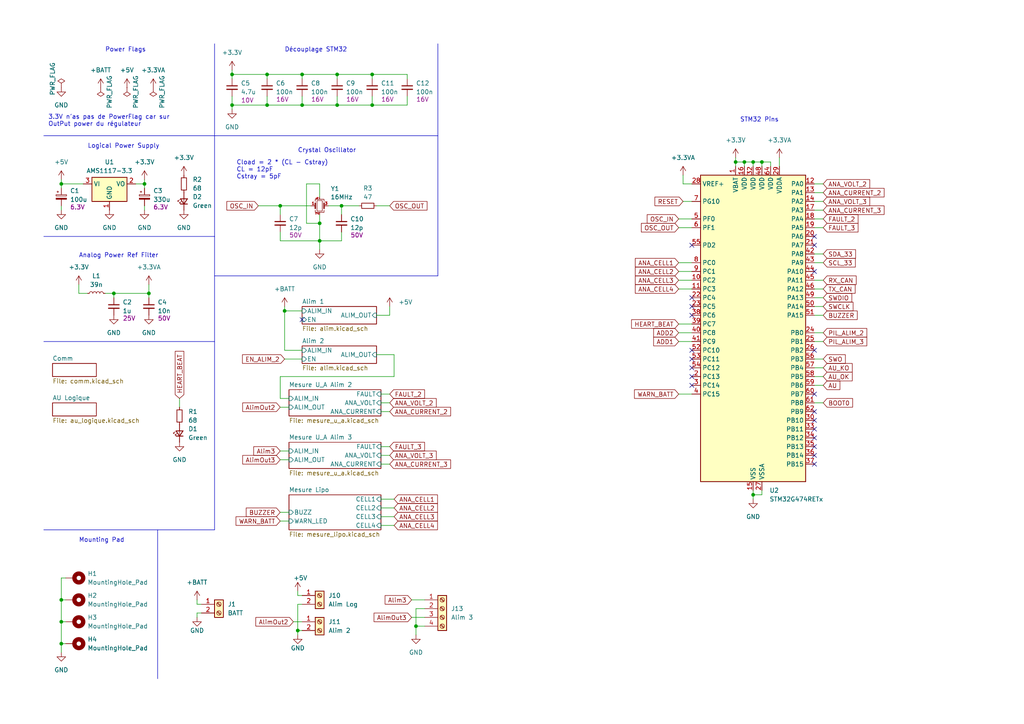
<source format=kicad_sch>
(kicad_sch (version 20230121) (generator eeschema)
  (paper "A4")
  (lib_symbols
    (symbol "Connector:Screw_Terminal_01x02" (pin_names (offset 1.016) hide)
      (property "Reference" "J" (at 0 2.54 0))
      (property "Value" "Screw_Terminal_01x02" (at 0 -5.08 0))
      (symbol "Screw_Terminal_01x02_1_1"
        (rectangle (start -1.27 1.27) (end 1.27 -3.81) (stroke (width 0.254)) (fill (type background)))
        (circle (center 0 -2.54) (radius 0.635) (stroke (width 0.1524)))
        (polyline (pts (xy -0.5334 -2.2098) (xy 0.3302 -3.048)) (stroke (width 0.1524)))
        (polyline (pts (xy -0.5334 0.3302) (xy 0.3302 -0.508)) (stroke (width 0.1524)))
        (polyline (pts (xy -0.3556 -2.032) (xy 0.508 -2.8702)) (stroke (width 0.1524)))
        (polyline (pts (xy -0.3556 0.508) (xy 0.508 -0.3302)) (stroke (width 0.1524)))
        (circle (center 0 0) (radius 0.635) (stroke (width 0.1524)))
        (pin passive line (at -5.08 0 0) (length 3.81) (name "Pin_1") (number "1"))
        (pin passive line (at -5.08 -2.54 0) (length 3.81) (name "Pin_2") (number "2"))
      )
    )
    (symbol "Connector:Screw_Terminal_01x04" (pin_names (offset 1.016) hide)
      (property "Reference" "J" (at 0 5.08 0))
      (property "Value" "Screw_Terminal_01x04" (at 0 -7.62 0))
      (symbol "Screw_Terminal_01x04_1_1"
        (rectangle (start -1.27 3.81) (end 1.27 -6.35) (stroke (width 0.254)) (fill (type background)))
        (circle (center 0 -5.08) (radius 0.635) (stroke (width 0.1524)))
        (circle (center 0 -2.54) (radius 0.635) (stroke (width 0.1524)))
        (polyline (pts (xy -0.5334 -4.7498) (xy 0.3302 -5.588)) (stroke (width 0.1524)))
        (polyline (pts (xy -0.5334 -2.2098) (xy 0.3302 -3.048)) (stroke (width 0.1524)))
        (polyline (pts (xy -0.5334 0.3302) (xy 0.3302 -0.508)) (stroke (width 0.1524)))
        (polyline (pts (xy -0.5334 2.8702) (xy 0.3302 2.032)) (stroke (width 0.1524)))
        (polyline (pts (xy -0.3556 -4.572) (xy 0.508 -5.4102)) (stroke (width 0.1524)))
        (polyline (pts (xy -0.3556 -2.032) (xy 0.508 -2.8702)) (stroke (width 0.1524)))
        (polyline (pts (xy -0.3556 0.508) (xy 0.508 -0.3302)) (stroke (width 0.1524)))
        (polyline (pts (xy -0.3556 3.048) (xy 0.508 2.2098)) (stroke (width 0.1524)))
        (circle (center 0 0) (radius 0.635) (stroke (width 0.1524)))
        (circle (center 0 2.54) (radius 0.635) (stroke (width 0.1524)))
        (pin passive line (at -5.08 2.54 0) (length 3.81) (name "Pin_1") (number "1"))
        (pin passive line (at -5.08 0 0) (length 3.81) (name "Pin_2") (number "2"))
        (pin passive line (at -5.08 -2.54 0) (length 3.81) (name "Pin_3") (number "3"))
        (pin passive line (at -5.08 -5.08 0) (length 3.81) (name "Pin_4") (number "4"))
      )
    )
    (symbol "Device:C_Polarized_Small" (pin_numbers hide) (pin_names (offset 0.254) hide)
      (property "Reference" "C" (at 0.254 1.778 0))
      (property "Value" "C_Polarized_Small" (at 0.254 -2.032 0))
      (symbol "C_Polarized_Small_0_1"
        (rectangle (start -1.524 -0.3048) (end 1.524 -0.6858) (fill (type outline)))
        (rectangle (start -1.524 0.6858) (end 1.524 0.3048))
        (polyline (pts (xy -1.27 1.524) (xy -0.762 1.524)))
        (polyline (pts (xy -1.016 1.27) (xy -1.016 1.778)))
      )
      (symbol "C_Polarized_Small_1_1"
        (pin passive line (at 0 2.54 270) (length 1.8542) (name "~") (number "1"))
        (pin passive line (at 0 -2.54 90) (length 1.8542) (name "~") (number "2"))
      )
    )
    (symbol "Device:C_Small" (pin_numbers hide) (pin_names (offset 0.254) hide)
      (property "Reference" "C" (at 0.254 1.778 0))
      (property "Value" "C_Small" (at 0.254 -2.032 0))
      (symbol "C_Small_0_1"
        (polyline (pts (xy -1.524 -0.508) (xy 1.524 -0.508)) (stroke (width 0.3302)))
        (polyline (pts (xy -1.524 0.508) (xy 1.524 0.508)) (stroke (width 0.3048)))
      )
      (symbol "C_Small_1_1"
        (pin passive line (at 0 2.54 270) (length 2.032) (name "~") (number "1"))
        (pin passive line (at 0 -2.54 90) (length 2.032) (name "~") (number "2"))
      )
    )
    (symbol "Device:Crystal_GND24_Small" (pin_names (offset 1.016) hide)
      (property "Reference" "Y" (at 1.27 4.445 0))
      (property "Value" "Crystal_GND24_Small" (at 1.27 2.54 0))
      (symbol "Crystal_GND24_Small_0_1"
        (rectangle (start -0.762 -1.524) (end 0.762 1.524))
        (polyline (pts (xy -1.27 -0.762) (xy -1.27 0.762)) (stroke (width 0.381)))
        (polyline (pts (xy 1.27 -0.762) (xy 1.27 0.762)) (stroke (width 0.381)))
        (polyline (pts (xy -1.27 -1.27) (xy -1.27 -1.905) (xy 1.27 -1.905) (xy 1.27 -1.27)))
        (polyline (pts (xy -1.27 1.27) (xy -1.27 1.905) (xy 1.27 1.905) (xy 1.27 1.27)))
      )
      (symbol "Crystal_GND24_Small_1_1"
        (pin passive line (at -2.54 0 0) (length 1.27) (name "1") (number "1"))
        (pin passive line (at 0 -2.54 90) (length 0.635) (name "2") (number "2"))
        (pin passive line (at 2.54 0 180) (length 1.27) (name "3") (number "3"))
        (pin passive line (at 0 2.54 270) (length 0.635) (name "4") (number "4"))
      )
    )
    (symbol "Device:LED_Small" (pin_numbers hide) (pin_names (offset 0.254) hide)
      (property "Reference" "D" (at -1.27 3.175 0))
      (property "Value" "LED_Small" (at -4.445 -2.54 0))
      (symbol "LED_Small_0_1"
        (polyline (pts (xy -0.762 -1.016) (xy -0.762 1.016)) (stroke (width 0.254)))
        (polyline (pts (xy 1.016 0) (xy -0.762 0)))
        (polyline (pts (xy 0.762 -1.016) (xy -0.762 0) (xy 0.762 1.016) (xy 0.762 -1.016)) (stroke (width 0.254)))
        (polyline (pts (xy 0 0.762) (xy -0.508 1.27) (xy -0.254 1.27) (xy -0.508 1.27) (xy -0.508 1.016)))
        (polyline (pts (xy 0.508 1.27) (xy 0 1.778) (xy 0.254 1.778) (xy 0 1.778) (xy 0 1.524)))
      )
      (symbol "LED_Small_1_1"
        (pin passive line (at -2.54 0 0) (length 1.778) (name "K") (number "1"))
        (pin passive line (at 2.54 0 180) (length 1.778) (name "A") (number "2"))
      )
    )
    (symbol "Device:L_Small" (pin_numbers hide) (pin_names (offset 0.254) hide)
      (property "Reference" "L" (at 0.762 1.016 0))
      (property "Value" "L_Small" (at 0.762 -1.016 0))
      (symbol "L_Small_0_1"
        (arc (start 0 -2.032) (mid 0.5058 -1.524) (end 0 -1.016))
        (arc (start 0 -1.016) (mid 0.5058 -0.508) (end 0 0))
        (arc (start 0 0) (mid 0.5058 0.508) (end 0 1.016))
        (arc (start 0 1.016) (mid 0.5058 1.524) (end 0 2.032))
      )
      (symbol "L_Small_1_1"
        (pin passive line (at 0 2.54 270) (length 0.508) (name "~") (number "1"))
        (pin passive line (at 0 -2.54 90) (length 0.508) (name "~") (number "2"))
      )
    )
    (symbol "Device:R_Small" (pin_numbers hide) (pin_names (offset 0.254) hide)
      (property "Reference" "R" (at 0.762 0.508 0))
      (property "Value" "R_Small" (at 0.762 -1.016 0))
      (symbol "R_Small_0_1"
        (rectangle (start -0.762 1.778) (end 0.762 -1.778) (stroke (width 0.2032)))
      )
      (symbol "R_Small_1_1"
        (pin passive line (at 0 2.54 270) (length 0.762) (name "~") (number "1"))
        (pin passive line (at 0 -2.54 90) (length 0.762) (name "~") (number "2"))
      )
    )
    (symbol "MCU_ST_STM32G4:STM32G474RETx"
      (property "Reference" "U" (at -15.24 46.99 0))
      (property "Value" "STM32G474RETx" (at 10.16 46.99 0))
      (symbol "STM32G474RETx_0_1"
        (rectangle (start -15.24 -43.18) (end 15.24 45.72) (stroke (width 0.254)) (fill (type background)))
      )
      (symbol "STM32G474RETx_1_1"
        (pin power_in line (at -5.08 48.26 270) (length 2.54) (name "VBAT") (number "1"))
        (pin bidirectional line (at -17.78 15.24 0) (length 2.54) (name "PC2") (number "10"))
        (pin bidirectional line (at -17.78 12.7 0) (length 2.54) (name "PC3") (number "11"))
        (pin bidirectional line (at 17.78 43.18 180) (length 2.54) (name "PA0") (number "12"))
        (pin bidirectional line (at 17.78 40.64 180) (length 2.54) (name "PA1") (number "13"))
        (pin bidirectional line (at 17.78 38.1 180) (length 2.54) (name "PA2") (number "14"))
        (pin power_in line (at 0 -45.72 90) (length 2.54) (name "VSS") (number "15"))
        (pin power_in line (at -2.54 48.26 270) (length 2.54) (name "VDD") (number "16"))
        (pin bidirectional line (at 17.78 35.56 180) (length 2.54) (name "PA3") (number "17"))
        (pin bidirectional line (at 17.78 33.02 180) (length 2.54) (name "PA4") (number "18"))
        (pin bidirectional line (at 17.78 30.48 180) (length 2.54) (name "PA5") (number "19"))
        (pin bidirectional line (at -17.78 -12.7 0) (length 2.54) (name "PC13") (number "2"))
        (pin bidirectional line (at 17.78 27.94 180) (length 2.54) (name "PA6") (number "20"))
        (pin bidirectional line (at 17.78 25.4 180) (length 2.54) (name "PA7") (number "21"))
        (pin bidirectional line (at -17.78 10.16 0) (length 2.54) (name "PC4") (number "22"))
        (pin bidirectional line (at -17.78 7.62 0) (length 2.54) (name "PC5") (number "23"))
        (pin bidirectional line (at 17.78 0 180) (length 2.54) (name "PB0") (number "24"))
        (pin bidirectional line (at 17.78 -2.54 180) (length 2.54) (name "PB1") (number "25"))
        (pin bidirectional line (at 17.78 -5.08 180) (length 2.54) (name "PB2") (number "26"))
        (pin power_in line (at 2.54 -45.72 90) (length 2.54) (name "VSSA") (number "27"))
        (pin input line (at -17.78 43.18 0) (length 2.54) (name "VREF+") (number "28"))
        (pin power_in line (at 7.62 48.26 270) (length 2.54) (name "VDDA") (number "29"))
        (pin bidirectional line (at -17.78 -15.24 0) (length 2.54) (name "PC14") (number "3"))
        (pin bidirectional line (at 17.78 -25.4 180) (length 2.54) (name "PB10") (number "30"))
        (pin passive line (at 0 -45.72 90) (length 2.54) hide (name "VSS") (number "31"))
        (pin power_in line (at 0 48.26 270) (length 2.54) (name "VDD") (number "32"))
        (pin bidirectional line (at 17.78 -27.94 180) (length 2.54) (name "PB11") (number "33"))
        (pin bidirectional line (at 17.78 -30.48 180) (length 2.54) (name "PB12") (number "34"))
        (pin bidirectional line (at 17.78 -33.02 180) (length 2.54) (name "PB13") (number "35"))
        (pin bidirectional line (at 17.78 -35.56 180) (length 2.54) (name "PB14") (number "36"))
        (pin bidirectional line (at 17.78 -38.1 180) (length 2.54) (name "PB15") (number "37"))
        (pin bidirectional line (at -17.78 5.08 0) (length 2.54) (name "PC6") (number "38"))
        (pin bidirectional line (at -17.78 2.54 0) (length 2.54) (name "PC7") (number "39"))
        (pin bidirectional line (at -17.78 -17.78 0) (length 2.54) (name "PC15") (number "4"))
        (pin bidirectional line (at -17.78 0 0) (length 2.54) (name "PC8") (number "40"))
        (pin bidirectional line (at -17.78 -2.54 0) (length 2.54) (name "PC9") (number "41"))
        (pin bidirectional line (at 17.78 22.86 180) (length 2.54) (name "PA8") (number "42"))
        (pin bidirectional line (at 17.78 20.32 180) (length 2.54) (name "PA9") (number "43"))
        (pin bidirectional line (at 17.78 17.78 180) (length 2.54) (name "PA10") (number "44"))
        (pin bidirectional line (at 17.78 15.24 180) (length 2.54) (name "PA11") (number "45"))
        (pin bidirectional line (at 17.78 12.7 180) (length 2.54) (name "PA12") (number "46"))
        (pin passive line (at 0 -45.72 90) (length 2.54) hide (name "VSS") (number "47"))
        (pin power_in line (at 2.54 48.26 270) (length 2.54) (name "VDD") (number "48"))
        (pin bidirectional line (at 17.78 10.16 180) (length 2.54) (name "PA13") (number "49"))
        (pin bidirectional line (at -17.78 33.02 0) (length 2.54) (name "PF0") (number "5"))
        (pin bidirectional line (at 17.78 7.62 180) (length 2.54) (name "PA14") (number "50"))
        (pin bidirectional line (at 17.78 5.08 180) (length 2.54) (name "PA15") (number "51"))
        (pin bidirectional line (at -17.78 -5.08 0) (length 2.54) (name "PC10") (number "52"))
        (pin bidirectional line (at -17.78 -7.62 0) (length 2.54) (name "PC11") (number "53"))
        (pin bidirectional line (at -17.78 -10.16 0) (length 2.54) (name "PC12") (number "54"))
        (pin bidirectional line (at -17.78 25.4 0) (length 2.54) (name "PD2") (number "55"))
        (pin bidirectional line (at 17.78 -7.62 180) (length 2.54) (name "PB3") (number "56"))
        (pin bidirectional line (at 17.78 -10.16 180) (length 2.54) (name "PB4") (number "57"))
        (pin bidirectional line (at 17.78 -12.7 180) (length 2.54) (name "PB5") (number "58"))
        (pin bidirectional line (at 17.78 -15.24 180) (length 2.54) (name "PB6") (number "59"))
        (pin bidirectional line (at -17.78 30.48 0) (length 2.54) (name "PF1") (number "6"))
        (pin bidirectional line (at 17.78 -17.78 180) (length 2.54) (name "PB7") (number "60"))
        (pin bidirectional line (at 17.78 -20.32 180) (length 2.54) (name "PB8") (number "61"))
        (pin bidirectional line (at 17.78 -22.86 180) (length 2.54) (name "PB9") (number "62"))
        (pin passive line (at 0 -45.72 90) (length 2.54) hide (name "VSS") (number "63"))
        (pin power_in line (at 5.08 48.26 270) (length 2.54) (name "VDD") (number "64"))
        (pin bidirectional line (at -17.78 38.1 0) (length 2.54) (name "PG10") (number "7"))
        (pin bidirectional line (at -17.78 20.32 0) (length 2.54) (name "PC0") (number "8"))
        (pin bidirectional line (at -17.78 17.78 0) (length 2.54) (name "PC1") (number "9"))
      )
    )
    (symbol "Mechanical:MountingHole_Pad" (pin_numbers hide) (pin_names (offset 1.016) hide)
      (property "Reference" "H" (at 0 6.35 0))
      (property "Value" "MountingHole_Pad" (at 0 4.445 0))
      (symbol "MountingHole_Pad_0_1"
        (circle (center 0 1.27) (radius 1.27) (stroke (width 1.27)))
      )
      (symbol "MountingHole_Pad_1_1"
        (pin input line (at 0 -2.54 90) (length 2.54) (name "1") (number "1"))
      )
    )
    (symbol "Regulator_Linear:AMS1117-3.3"
      (property "Reference" "U" (at -3.81 3.175 0))
      (property "Value" "AMS1117-3.3" (at 0 3.175 0))
      (symbol "AMS1117-3.3_0_1"
        (rectangle (start -5.08 -5.08) (end 5.08 1.905) (stroke (width 0.254)) (fill (type background)))
      )
      (symbol "AMS1117-3.3_1_1"
        (pin power_in line (at 0 -7.62 90) (length 2.54) (name "GND") (number "1"))
        (pin power_out line (at 7.62 0 180) (length 2.54) (name "VO") (number "2"))
        (pin power_in line (at -7.62 0 0) (length 2.54) (name "VI") (number "3"))
      )
    )
    (symbol "power:+3.3V" (power) (pin_names (offset 0))
      (property "Value" "+3.3V" (at 0 3.556 0))
      (symbol "+3.3V_0_1"
        (polyline (pts (xy -0.762 1.27) (xy 0 2.54)))
        (polyline (pts (xy 0 0) (xy 0 2.54)))
        (polyline (pts (xy 0 2.54) (xy 0.762 1.27)))
      )
      (symbol "+3.3V_1_1"
        (pin power_in line (at 0 0 90) (length 0) hide (name "+3.3V") (number "1"))
      )
    )
    (symbol "power:+3.3VA" (power) (pin_names (offset 0))
      (property "Value" "+3.3VA" (at 0 3.556 0))
      (symbol "+3.3VA_0_1"
        (polyline (pts (xy -0.762 1.27) (xy 0 2.54)))
        (polyline (pts (xy 0 0) (xy 0 2.54)))
        (polyline (pts (xy 0 2.54) (xy 0.762 1.27)))
      )
      (symbol "+3.3VA_1_1"
        (pin power_in line (at 0 0 90) (length 0) hide (name "+3.3VA") (number "1"))
      )
    )
    (symbol "power:+5V" (power) (pin_names (offset 0))
      (property "Value" "+5V" (at 0 3.556 0))
      (symbol "+5V_0_1"
        (polyline (pts (xy -0.762 1.27) (xy 0 2.54)))
        (polyline (pts (xy 0 0) (xy 0 2.54)))
        (polyline (pts (xy 0 2.54) (xy 0.762 1.27)))
      )
      (symbol "+5V_1_1"
        (pin power_in line (at 0 0 90) (length 0) hide (name "+5V") (number "1"))
      )
    )
    (symbol "power:+BATT" (power) (pin_names (offset 0))
      (property "Value" "+BATT" (at 0 3.556 0))
      (symbol "+BATT_0_1"
        (polyline (pts (xy -0.762 1.27) (xy 0 2.54)))
        (polyline (pts (xy 0 0) (xy 0 2.54)))
        (polyline (pts (xy 0 2.54) (xy 0.762 1.27)))
      )
      (symbol "+BATT_1_1"
        (pin power_in line (at 0 0 90) (length 0) hide (name "+BATT") (number "1"))
      )
    )
    (symbol "power:GND" (power) (pin_names (offset 0))
      (property "Value" "GND" (at 0 -3.81 0))
      (symbol "GND_0_1"
        (polyline (pts (xy 0 0) (xy 0 -1.27) (xy 1.27 -1.27) (xy 0 -2.54) (xy -1.27 -1.27) (xy 0 -1.27)))
      )
      (symbol "GND_1_1"
        (pin power_in line (at 0 0 270) (length 0) hide (name "GND") (number "1"))
      )
    )
    (symbol "power:PWR_FLAG" (power) (pin_numbers hide) (pin_names (offset 0) hide)
      (property "Value" "PWR_FLAG" (at 0 3.81 0))
      (symbol "PWR_FLAG_0_0"
        (pin power_out line (at 0 0 90) (length 0) (name "pwr") (number "1"))
      )
      (symbol "PWR_FLAG_0_1"
        (polyline (pts (xy 0 0) (xy 0 1.27) (xy -1.016 1.905) (xy 0 2.54) (xy 1.016 1.905) (xy 0 1.27)))
      )
    )
  )
  (junction (at 67.31 21.59))
  (junction (at 215.9 46.99))
  (junction (at 17.78 180.34))
  (junction (at 120.65 181.61))
  (junction (at 99.06 59.69))
  (junction (at 92.71 64.77))
  (junction (at 220.98 46.99))
  (junction (at 107.95 30.48))
  (junction (at 92.71 69.85))
  (junction (at 218.44 46.99))
  (junction (at 87.63 30.48))
  (junction (at 17.78 53.34))
  (junction (at 107.95 21.59))
  (junction (at 17.78 173.99))
  (junction (at 87.63 21.59))
  (junction (at 33.02 85.09))
  (junction (at 82.55 90.17))
  (junction (at 41.91 53.34))
  (junction (at 67.31 30.48))
  (junction (at 81.28 59.69))
  (junction (at 43.18 85.09))
  (junction (at 218.44 143.51))
  (junction (at 97.79 30.48))
  (junction (at 86.36 182.88))
  (junction (at 77.47 21.59))
  (junction (at 77.47 30.48))
  (junction (at 213.36 46.99))
  (junction (at 17.78 186.69))
  (junction (at 97.79 21.59))
  (no_connect (at 236.22 121.92))
  (no_connect (at 200.66 104.14))
  (no_connect (at 87.63 92.71))
  (no_connect (at 236.22 124.46))
  (no_connect (at 236.22 101.6))
  (no_connect (at 200.66 91.44))
  (no_connect (at 236.22 78.74))
  (no_connect (at 200.66 101.6))
  (no_connect (at 236.22 127))
  (no_connect (at 236.22 132.08))
  (no_connect (at 236.22 119.38))
  (no_connect (at 200.66 71.12))
  (no_connect (at 236.22 114.3))
  (no_connect (at 236.22 129.54))
  (no_connect (at 236.22 68.58))
  (no_connect (at 200.66 109.22))
  (no_connect (at 236.22 134.62))
  (no_connect (at 200.66 111.76))
  (no_connect (at 200.66 106.68))
  (no_connect (at 200.66 88.9))
  (no_connect (at 200.66 86.36))
  (no_connect (at 236.22 71.12))
  (wire (pts (xy 120.65 181.61) (xy 123.19 181.61)))
  (wire (pts (xy 88.9 53.34) (xy 92.71 53.34)))
  (wire (pts (xy 236.22 104.14) (xy 238.76 104.14)))
  (wire (pts (xy 17.78 186.69) (xy 19.05 186.69)))
  (wire (pts (xy 52.07 115.57) (xy 52.07 118.11)))
  (wire (pts (xy 58.42 177.8) (xy 57.15 177.8)))
  (wire (pts (xy 92.71 62.23) (xy 92.71 64.77)))
  (wire (pts (xy 33.02 85.09) (xy 33.02 86.36)))
  (wire (pts (xy 110.49 119.38) (xy 113.03 119.38)))
  (wire (pts (xy 43.18 85.09) (xy 33.02 85.09)))
  (wire (pts (xy 236.22 53.34) (xy 238.76 53.34)))
  (wire (pts (xy 30.48 85.09) (xy 33.02 85.09)))
  (wire (pts (xy 87.63 21.59) (xy 77.47 21.59)))
  (wire (pts (xy 22.86 85.09) (xy 25.4 85.09)))
  (wire (pts (xy 17.78 186.69) (xy 17.78 180.34)))
  (wire (pts (xy 81.28 133.35) (xy 83.82 133.35)))
  (wire (pts (xy 110.49 134.62) (xy 113.03 134.62)))
  (wire (pts (xy 82.55 104.14) (xy 87.63 104.14)))
  (wire (pts (xy 196.85 96.52) (xy 200.66 96.52)))
  (wire (pts (xy 81.28 115.57) (xy 83.82 115.57)))
  (wire (pts (xy 196.85 66.04) (xy 200.66 66.04)))
  (wire (pts (xy 220.98 46.99) (xy 218.44 46.99)))
  (wire (pts (xy 236.22 66.04) (xy 238.76 66.04)))
  (wire (pts (xy 236.22 86.36) (xy 238.76 86.36)))
  (wire (pts (xy 196.85 83.82) (xy 200.66 83.82)))
  (polyline (pts (xy 62.23 68.58) (xy 62.23 153.67)))
  (wire (pts (xy 110.49 114.3) (xy 113.03 114.3)))
  (wire (pts (xy 99.06 69.85) (xy 92.71 69.85)))
  (wire (pts (xy 196.85 76.2) (xy 200.66 76.2)))
  (polyline (pts (xy 12.7 99.06) (xy 62.23 99.06)))
  (wire (pts (xy 43.18 86.36) (xy 43.18 85.09)))
  (wire (pts (xy 58.42 175.26) (xy 57.15 175.26)))
  (wire (pts (xy 99.06 59.69) (xy 99.06 62.23)))
  (wire (pts (xy 109.22 59.69) (xy 113.03 59.69)))
  (wire (pts (xy 67.31 30.48) (xy 67.31 31.75)))
  (wire (pts (xy 223.52 48.26) (xy 223.52 46.99)))
  (wire (pts (xy 236.22 73.66) (xy 238.76 73.66)))
  (wire (pts (xy 87.63 27.94) (xy 87.63 30.48)))
  (wire (pts (xy 218.44 143.51) (xy 218.44 144.78)))
  (wire (pts (xy 120.65 176.53) (xy 123.19 176.53)))
  (wire (pts (xy 95.25 59.69) (xy 99.06 59.69)))
  (polyline (pts (xy 127 12.7) (xy 127 39.37)))
  (wire (pts (xy 110.49 152.4) (xy 114.3 152.4)))
  (wire (pts (xy 118.11 22.86) (xy 118.11 21.59)))
  (wire (pts (xy 74.93 59.69) (xy 81.28 59.69)))
  (wire (pts (xy 82.55 101.6) (xy 87.63 101.6)))
  (wire (pts (xy 236.22 60.96) (xy 238.76 60.96)))
  (wire (pts (xy 220.98 142.24) (xy 220.98 143.51)))
  (wire (pts (xy 81.28 109.22) (xy 81.28 115.57)))
  (wire (pts (xy 200.66 53.34) (xy 198.12 53.34)))
  (polyline (pts (xy 62.23 39.37) (xy 127 39.37)))
  (wire (pts (xy 24.13 53.34) (xy 17.78 53.34)))
  (wire (pts (xy 77.47 21.59) (xy 67.31 21.59)))
  (wire (pts (xy 67.31 21.59) (xy 67.31 22.86)))
  (wire (pts (xy 41.91 60.96) (xy 41.91 59.69)))
  (wire (pts (xy 218.44 142.24) (xy 218.44 143.51)))
  (wire (pts (xy 213.36 45.72) (xy 213.36 46.99)))
  (wire (pts (xy 97.79 21.59) (xy 87.63 21.59)))
  (wire (pts (xy 109.22 91.44) (xy 113.03 91.44)))
  (wire (pts (xy 86.36 182.88) (xy 87.63 182.88)))
  (wire (pts (xy 236.22 58.42) (xy 238.76 58.42)))
  (wire (pts (xy 39.37 53.34) (xy 41.91 53.34)))
  (wire (pts (xy 107.95 27.94) (xy 107.95 30.48)))
  (wire (pts (xy 215.9 48.26) (xy 215.9 46.99)))
  (wire (pts (xy 198.12 58.42) (xy 200.66 58.42)))
  (wire (pts (xy 196.85 99.06) (xy 200.66 99.06)))
  (wire (pts (xy 82.55 88.9) (xy 82.55 90.17)))
  (wire (pts (xy 67.31 27.94) (xy 67.31 30.48)))
  (wire (pts (xy 218.44 46.99) (xy 215.9 46.99)))
  (wire (pts (xy 198.12 53.34) (xy 198.12 50.8)))
  (wire (pts (xy 88.9 64.77) (xy 92.71 64.77)))
  (wire (pts (xy 97.79 27.94) (xy 97.79 30.48)))
  (polyline (pts (xy 62.23 80.01) (xy 127 80.01)))
  (wire (pts (xy 17.78 167.64) (xy 19.05 167.64)))
  (wire (pts (xy 81.28 59.69) (xy 90.17 59.69)))
  (wire (pts (xy 218.44 48.26) (xy 218.44 46.99)))
  (wire (pts (xy 81.28 151.13) (xy 83.82 151.13)))
  (wire (pts (xy 17.78 52.07) (xy 17.78 53.34)))
  (wire (pts (xy 107.95 22.86) (xy 107.95 21.59)))
  (wire (pts (xy 236.22 81.28) (xy 238.76 81.28)))
  (wire (pts (xy 107.95 30.48) (xy 97.79 30.48)))
  (polyline (pts (xy 62.23 12.7) (xy 62.23 39.37)))
  (wire (pts (xy 99.06 67.31) (xy 99.06 69.85)))
  (wire (pts (xy 236.22 76.2) (xy 238.76 76.2)))
  (wire (pts (xy 67.31 20.32) (xy 67.31 21.59)))
  (wire (pts (xy 43.18 82.55) (xy 43.18 85.09)))
  (wire (pts (xy 81.28 67.31) (xy 81.28 69.85)))
  (wire (pts (xy 110.49 116.84) (xy 113.03 116.84)))
  (wire (pts (xy 81.28 130.81) (xy 83.82 130.81)))
  (wire (pts (xy 236.22 63.5) (xy 238.76 63.5)))
  (wire (pts (xy 236.22 96.52) (xy 238.76 96.52)))
  (wire (pts (xy 196.85 93.98) (xy 200.66 93.98)))
  (polyline (pts (xy 45.72 153.67) (xy 45.72 196.85)))
  (wire (pts (xy 236.22 88.9) (xy 238.76 88.9)))
  (wire (pts (xy 77.47 27.94) (xy 77.47 30.48)))
  (wire (pts (xy 97.79 30.48) (xy 87.63 30.48)))
  (wire (pts (xy 57.15 177.8) (xy 57.15 179.07)))
  (wire (pts (xy 109.22 102.87) (xy 114.3 102.87)))
  (wire (pts (xy 57.15 175.26) (xy 57.15 173.99)))
  (wire (pts (xy 118.11 27.94) (xy 118.11 30.48)))
  (wire (pts (xy 107.95 21.59) (xy 97.79 21.59)))
  (polyline (pts (xy 127 39.37) (xy 127 80.01)))
  (wire (pts (xy 114.3 109.22) (xy 81.28 109.22)))
  (wire (pts (xy 110.49 132.08) (xy 113.03 132.08)))
  (wire (pts (xy 85.09 180.34) (xy 87.63 180.34)))
  (wire (pts (xy 223.52 46.99) (xy 220.98 46.99)))
  (wire (pts (xy 110.49 144.78) (xy 114.3 144.78)))
  (wire (pts (xy 86.36 182.88) (xy 86.36 184.15)))
  (wire (pts (xy 220.98 143.51) (xy 218.44 143.51)))
  (polyline (pts (xy 12.7 153.67) (xy 62.23 153.67)))
  (wire (pts (xy 215.9 46.99) (xy 213.36 46.99)))
  (wire (pts (xy 81.28 118.11) (xy 83.82 118.11)))
  (wire (pts (xy 17.78 60.96) (xy 17.78 59.69)))
  (wire (pts (xy 92.71 57.15) (xy 92.71 53.34)))
  (wire (pts (xy 88.9 53.34) (xy 88.9 64.77)))
  (wire (pts (xy 236.22 111.76) (xy 238.76 111.76)))
  (wire (pts (xy 114.3 102.87) (xy 114.3 109.22)))
  (wire (pts (xy 92.71 64.77) (xy 92.71 69.85)))
  (wire (pts (xy 110.49 129.54) (xy 113.03 129.54)))
  (polyline (pts (xy 12.7 39.37) (xy 62.23 39.37)))
  (wire (pts (xy 226.06 45.72) (xy 226.06 48.26)))
  (wire (pts (xy 17.78 180.34) (xy 19.05 180.34)))
  (wire (pts (xy 119.38 173.99) (xy 123.19 173.99)))
  (wire (pts (xy 17.78 173.99) (xy 19.05 173.99)))
  (wire (pts (xy 17.78 53.34) (xy 17.78 54.61)))
  (wire (pts (xy 196.85 78.74) (xy 200.66 78.74)))
  (wire (pts (xy 236.22 116.84) (xy 238.76 116.84)))
  (wire (pts (xy 87.63 175.26) (xy 86.36 175.26)))
  (wire (pts (xy 236.22 109.22) (xy 238.76 109.22)))
  (wire (pts (xy 17.78 189.23) (xy 17.78 186.69)))
  (polyline (pts (xy 12.7 68.58) (xy 62.23 68.58)))
  (wire (pts (xy 236.22 55.88) (xy 238.76 55.88)))
  (wire (pts (xy 92.71 69.85) (xy 92.71 72.39)))
  (wire (pts (xy 220.98 48.26) (xy 220.98 46.99)))
  (wire (pts (xy 196.85 81.28) (xy 200.66 81.28)))
  (wire (pts (xy 118.11 30.48) (xy 107.95 30.48)))
  (wire (pts (xy 82.55 90.17) (xy 87.63 90.17)))
  (wire (pts (xy 86.36 172.72) (xy 86.36 171.45)))
  (wire (pts (xy 99.06 59.69) (xy 104.14 59.69)))
  (wire (pts (xy 77.47 22.86) (xy 77.47 21.59)))
  (wire (pts (xy 196.85 114.3) (xy 200.66 114.3)))
  (wire (pts (xy 41.91 53.34) (xy 41.91 54.61)))
  (wire (pts (xy 236.22 99.06) (xy 238.76 99.06)))
  (wire (pts (xy 196.85 63.5) (xy 200.66 63.5)))
  (wire (pts (xy 119.38 179.07) (xy 123.19 179.07)))
  (wire (pts (xy 81.28 69.85) (xy 92.71 69.85)))
  (wire (pts (xy 41.91 53.34) (xy 41.91 52.07)))
  (wire (pts (xy 110.49 149.86) (xy 114.3 149.86)))
  (wire (pts (xy 213.36 46.99) (xy 213.36 48.26)))
  (wire (pts (xy 22.86 82.55) (xy 22.86 85.09)))
  (wire (pts (xy 118.11 21.59) (xy 107.95 21.59)))
  (wire (pts (xy 236.22 91.44) (xy 238.76 91.44)))
  (wire (pts (xy 120.65 184.15) (xy 120.65 181.61)))
  (wire (pts (xy 81.28 59.69) (xy 81.28 62.23)))
  (wire (pts (xy 113.03 91.44) (xy 113.03 88.9)))
  (wire (pts (xy 77.47 30.48) (xy 67.31 30.48)))
  (wire (pts (xy 236.22 83.82) (xy 238.76 83.82)))
  (wire (pts (xy 97.79 22.86) (xy 97.79 21.59)))
  (wire (pts (xy 82.55 90.17) (xy 82.55 101.6)))
  (wire (pts (xy 87.63 22.86) (xy 87.63 21.59)))
  (wire (pts (xy 236.22 106.68) (xy 238.76 106.68)))
  (wire (pts (xy 17.78 180.34) (xy 17.78 173.99)))
  (wire (pts (xy 120.65 181.61) (xy 120.65 176.53)))
  (wire (pts (xy 110.49 147.32) (xy 114.3 147.32)))
  (polyline (pts (xy 62.23 39.37) (xy 62.23 68.58)))
  (wire (pts (xy 86.36 175.26) (xy 86.36 182.88)))
  (wire (pts (xy 17.78 173.99) (xy 17.78 167.64)))
  (wire (pts (xy 87.63 172.72) (xy 86.36 172.72)))
  (wire (pts (xy 81.28 148.59) (xy 83.82 148.59)))
  (wire (pts (xy 87.63 30.48) (xy 77.47 30.48)))
  (text "Analog Power Ref Filter" (at 22.86 74.93 0) (effects (font (size 1.27 1.27)) (justify left bottom)))
  (text "STM32 Pins" (at 214.63 35.56 0) (effects (font (size 1.27 1.27)) (justify left bottom)))
  (text "Mounting Pad" (at 22.86 157.48 0) (effects (font (size 1.27 1.27)) (justify left bottom)))
  (text "Crystal Oscillator" (at 86.36 44.45 0) (effects (font (size 1.27 1.27)) (justify left bottom)))
  (text "3.3V n'as pas de PowerFlag car sur \nOutPut power du régulateur" (at 13.97 36.83 0) (effects (font (size 1.27 1.27)) (justify left bottom)))
  (text "Découplage STM32" (at 82.55 15.24 0) (effects (font (size 1.27 1.27)) (justify left bottom)))
  (text "Power Flags" (at 30.48 15.24 0) (effects (font (size 1.27 1.27)) (justify left bottom)))
  (text "Logical Power Supply" (at 25.4 43.18 0) (effects (font (size 1.27 1.27)) (justify left bottom)))
  (text "Cload = 2 * (CL - Cstray)\nCL = 12pF\nCstray = 5pF" (at 68.58 52.07 0) (effects (font (size 1.27 1.27)) (justify left bottom)))
  (global_label "ANA_CURRENT_2" (shape input) (at 238.76 55.88 0) (property "Intersheetrefs" "${INTERSHEET_REFS}" (effects hide)))
  (global_label "BUZZER" (shape input) (at 238.76 91.44 0) (property "Intersheetrefs" "${INTERSHEET_REFS}" (effects hide)))
  (global_label "ADD1" (shape input) (at 196.85 99.06 180) (property "Intersheetrefs" "${INTERSHEET_REFS}" (effects hide)))
  (global_label "ANA_CELL4" (shape input) (at 114.3 152.4 0) (property "Intersheetrefs" "${INTERSHEET_REFS}" (effects hide)))
  (global_label "ANA_CELL3" (shape input) (at 196.85 81.28 180) (property "Intersheetrefs" "${INTERSHEET_REFS}" (effects hide)))
  (global_label "EN_ALIM_2" (shape input) (at 82.55 104.14 180) (property "Intersheetrefs" "${INTERSHEET_REFS}" (effects hide)))
  (global_label "OSC_OUT" (shape input) (at 113.03 59.69 0) (property "Intersheetrefs" "${INTERSHEET_REFS}" (effects hide)))
  (global_label "SCL_33" (shape input) (at 238.76 76.2 0) (property "Intersheetrefs" "${INTERSHEET_REFS}" (effects hide)))
  (global_label "AlimOut2" (shape input) (at 85.09 180.34 180) (property "Intersheetrefs" "${INTERSHEET_REFS}" (effects hide)))
  (global_label "ANA_CELL1" (shape input) (at 114.3 144.78 0) (property "Intersheetrefs" "${INTERSHEET_REFS}" (effects hide)))
  (global_label "RX_CAN" (shape input) (at 238.76 81.28 0) (property "Intersheetrefs" "${INTERSHEET_REFS}" (effects hide)))
  (global_label "HEART_BEAT" (shape input) (at 52.07 115.57 90) (property "Intersheetrefs" "${INTERSHEET_REFS}" (effects hide)))
  (global_label "AlimOut3" (shape input) (at 119.38 179.07 180) (property "Intersheetrefs" "${INTERSHEET_REFS}" (effects hide)))
  (global_label "SWDIO" (shape input) (at 238.76 86.36 0) (property "Intersheetrefs" "${INTERSHEET_REFS}" (effects hide)))
  (global_label "SDA_33" (shape input) (at 238.76 73.66 0) (property "Intersheetrefs" "${INTERSHEET_REFS}" (effects hide)))
  (global_label "ANA_CELL2" (shape input) (at 196.85 78.74 180) (property "Intersheetrefs" "${INTERSHEET_REFS}" (effects hide)))
  (global_label "ANA_VOLT_3" (shape input) (at 113.03 132.08 0) (property "Intersheetrefs" "${INTERSHEET_REFS}" (effects hide)))
  (global_label "ANA_CURRENT_3" (shape input) (at 238.76 60.96 0) (property "Intersheetrefs" "${INTERSHEET_REFS}" (effects hide)))
  (global_label "BUZZER" (shape input) (at 81.28 148.59 180) (property "Intersheetrefs" "${INTERSHEET_REFS}" (effects hide)))
  (global_label "FAULT_2" (shape input) (at 238.76 63.5 0) (property "Intersheetrefs" "${INTERSHEET_REFS}" (effects hide)))
  (global_label "ANA_CURRENT_3" (shape input) (at 113.03 134.62 0) (property "Intersheetrefs" "${INTERSHEET_REFS}" (effects hide)))
  (global_label "ANA_CURRENT_2" (shape input) (at 113.03 119.38 0) (property "Intersheetrefs" "${INTERSHEET_REFS}" (effects hide)))
  (global_label "AU_KO" (shape input) (at 238.76 106.68 0) (property "Intersheetrefs" "${INTERSHEET_REFS}" (effects hide)))
  (global_label "Alim3" (shape input) (at 81.28 130.81 180) (property "Intersheetrefs" "${INTERSHEET_REFS}" (effects hide)))
  (global_label "ANA_CELL2" (shape input) (at 114.3 147.32 0) (property "Intersheetrefs" "${INTERSHEET_REFS}" (effects hide)))
  (global_label "WARN_BATT" (shape input) (at 196.85 114.3 180) (property "Intersheetrefs" "${INTERSHEET_REFS}" (effects hide)))
  (global_label "Alim3" (shape input) (at 119.38 173.99 180) (property "Intersheetrefs" "${INTERSHEET_REFS}" (effects hide)))
  (global_label "WARN_BATT" (shape input) (at 81.28 151.13 180) (property "Intersheetrefs" "${INTERSHEET_REFS}" (effects hide)))
  (global_label "HEART_BEAT" (shape input) (at 196.85 93.98 180) (property "Intersheetrefs" "${INTERSHEET_REFS}" (effects hide)))
  (global_label "OSC_IN" (shape input) (at 196.85 63.5 180) (property "Intersheetrefs" "${INTERSHEET_REFS}" (effects hide)))
  (global_label "PIL_ALIM_3" (shape input) (at 238.76 99.06 0) (property "Intersheetrefs" "${INTERSHEET_REFS}" (effects hide)))
  (global_label "FAULT_2" (shape input) (at 113.03 114.3 0) (property "Intersheetrefs" "${INTERSHEET_REFS}" (effects hide)))
  (global_label "FAULT_3" (shape input) (at 238.76 66.04 0) (property "Intersheetrefs" "${INTERSHEET_REFS}" (effects hide)))
  (global_label "AlimOut2" (shape input) (at 81.28 118.11 180) (property "Intersheetrefs" "${INTERSHEET_REFS}" (effects hide)))
  (global_label "FAULT_3" (shape input) (at 113.03 129.54 0) (property "Intersheetrefs" "${INTERSHEET_REFS}" (effects hide)))
  (global_label "ANA_CELL3" (shape input) (at 114.3 149.86 0) (property "Intersheetrefs" "${INTERSHEET_REFS}" (effects hide)))
  (global_label "SWCLK" (shape input) (at 238.76 88.9 0) (property "Intersheetrefs" "${INTERSHEET_REFS}" (effects hide)))
  (global_label "AlimOut3" (shape input) (at 81.28 133.35 180) (property "Intersheetrefs" "${INTERSHEET_REFS}" (effects hide)))
  (global_label "ANA_CELL1" (shape input) (at 196.85 76.2 180) (property "Intersheetrefs" "${INTERSHEET_REFS}" (effects hide)))
  (global_label "BOOT0" (shape input) (at 238.76 116.84 0) (property "Intersheetrefs" "${INTERSHEET_REFS}" (effects hide)))
  (global_label "SWO" (shape input) (at 238.76 104.14 0) (property "Intersheetrefs" "${INTERSHEET_REFS}" (effects hide)))
  (global_label "RESET" (shape input) (at 198.12 58.42 180) (property "Intersheetrefs" "${INTERSHEET_REFS}" (effects hide)))
  (global_label "ADD2" (shape input) (at 196.85 96.52 180) (property "Intersheetrefs" "${INTERSHEET_REFS}" (effects hide)))
  (global_label "OSC_IN" (shape input) (at 74.93 59.69 180) (property "Intersheetrefs" "${INTERSHEET_REFS}" (effects hide)))
  (global_label "OSC_OUT" (shape input) (at 196.85 66.04 180) (property "Intersheetrefs" "${INTERSHEET_REFS}" (effects hide)))
  (global_label "ANA_VOLT_2" (shape input) (at 113.03 116.84 0) (property "Intersheetrefs" "${INTERSHEET_REFS}" (effects hide)))
  (global_label "TX_CAN" (shape input) (at 238.76 83.82 0) (property "Intersheetrefs" "${INTERSHEET_REFS}" (effects hide)))
  (global_label "ANA_CELL4" (shape input) (at 196.85 83.82 180) (property "Intersheetrefs" "${INTERSHEET_REFS}" (effects hide)))
  (global_label "AU_OK" (shape input) (at 238.76 109.22 0) (property "Intersheetrefs" "${INTERSHEET_REFS}" (effects hide)))
  (global_label "ANA_VOLT_2" (shape input) (at 238.76 53.34 0) (property "Intersheetrefs" "${INTERSHEET_REFS}" (effects hide)))
  (global_label "ANA_VOLT_3" (shape input) (at 238.76 58.42 0) (property "Intersheetrefs" "${INTERSHEET_REFS}" (effects hide)))
  (global_label "AU" (shape input) (at 238.76 111.76 0) (property "Intersheetrefs" "${INTERSHEET_REFS}" (effects hide)))
  (global_label "PIL_ALIM_2" (shape input) (at 238.76 96.52 0) (property "Intersheetrefs" "${INTERSHEET_REFS}" (effects hide)))
  (symbol (lib_id "power:+5V") (at 17.78 52.07 0) (unit 1)
    (property "Reference" "#PWR02" (effects hide))
    (property "Value" "+5V" (at 17.78 46.99 0))
  )
  (symbol (lib_id "power:PWR_FLAG") (at 29.21 25.4 180) (unit 1)
    (property "Reference" "#FLG02" (effects hide))
    (property "Value" "PWR_FLAG" (at 31.75 26.67 90))
  )
  (symbol (lib_id "Connector:Screw_Terminal_01x02") (at 92.71 180.34 0) (unit 1)
    (property "Reference" "J11" (at 95.25 180.34 0) (effects (justify left)))
    (property "Value" "Alim 2" (at 95.25 182.88 0) (effects (justify left)))
    (property "Footprint" "TerminalBlock_Phoenix:TerminalBlock_Phoenix_MKDS-1,5-2-5.08_1x02_P5.08mm_Horizontal" (effects hide))
    (property "JLCPCB BOM" "0" (effects hide))
  )
  (symbol (lib_id "Device:C_Small") (at 43.18 88.9 0) (unit 1)
    (property "Reference" "C4" (at 45.72 87.6363 0) (effects (justify left)))
    (property "Value" "10n" (at 45.72 90.1763 0) (effects (justify left)))
    (property "Footprint" "Capacitor_SMD:C_0402_1005Metric_Pad0.74x0.62mm_HandSolder" (effects hide))
    (property "LCSC Part" "C15195" (effects hide))
    (property "Tension" "50V" (at 47.625 92.329 0))
  )
  (symbol (lib_id "Connector:Screw_Terminal_01x02") (at 63.5 175.26 0) (unit 1)
    (property "Reference" "J1" (at 66.04 175.26 0) (effects (justify left)))
    (property "Value" "BATT" (at 66.04 177.8 0) (effects (justify left)))
    (property "Footprint" "TerminalBlock_Phoenix:TerminalBlock_Phoenix_MKDS-1,5-2-5.08_1x02_P5.08mm_Horizontal" (effects hide))
    (property "JLCPCB BOM" "0" (effects hide))
  )
  (symbol (lib_id "power:GND") (at 17.78 189.23 0) (unit 1)
    (property "Reference" "#PWR04" (effects hide))
    (property "Value" "GND" (at 17.78 194.31 0))
  )
  (symbol (lib_id "power:GND") (at 92.71 72.39 0) (unit 1)
    (property "Reference" "#PWR024" (effects hide))
    (property "Value" "GND" (at 92.71 77.47 0))
  )
  (symbol (lib_id "power:+3.3VA") (at 226.06 45.72 0) (unit 1)
    (property "Reference" "#PWR028" (effects hide))
    (property "Value" "+3.3VA" (at 226.06 40.64 0))
  )
  (symbol (lib_id "Device:C_Small") (at 33.02 88.9 0) (unit 1)
    (property "Reference" "C2" (at 35.56 87.6363 0) (effects (justify left)))
    (property "Value" "1u" (at 35.56 90.1763 0) (effects (justify left)))
    (property "Footprint" "Capacitor_SMD:C_0402_1005Metric_Pad0.74x0.62mm_HandSolder" (effects hide))
    (property "LCSC Part" "C52923" (effects hide))
    (property "Tension" "25V" (at 37.465 92.329 0))
  )
  (symbol (lib_id "Device:L_Small") (at 27.94 85.09 90) (unit 1)
    (property "Reference" "L1" (at 27.94 80.01 90))
    (property "Value" "39n" (at 27.94 82.55 90))
    (property "Footprint" "Inductor_SMD:L_0402_1005Metric_Pad0.77x0.64mm_HandSolder" (effects hide))
    (property "LCSC Part" "C26443" (effects hide))
  )
  (symbol (lib_id "power:+3.3VA") (at 44.45 25.4 0) (unit 1)
    (property "Reference" "#PWR014" (effects hide))
    (property "Value" "+3.3VA" (at 44.45 20.32 0))
  )
  (symbol (lib_id "Mechanical:MountingHole_Pad") (at 21.59 180.34 270) (unit 1)
    (property "Reference" "H3" (at 25.4 179.07 90) (effects (justify left)))
    (property "Value" "MountingHole_Pad" (at 25.4 181.61 90) (effects (justify left)))
    (property "Footprint" "MountingHole:MountingHole_3.2mm_M3_Pad_Via" (effects hide))
    (property "JLCPCB BOM" "0" (effects hide))
  )
  (symbol (lib_id "Device:C_Small") (at 107.95 25.4 0) (unit 1)
    (property "Reference" "C11" (at 110.49 24.1363 0) (effects (justify left)))
    (property "Value" "100n" (at 110.49 26.6763 0) (effects (justify left)))
    (property "Footprint" "Capacitor_SMD:C_0402_1005Metric_Pad0.74x0.62mm_HandSolder" (effects hide))
    (property "LCSC Part" "C1525" (effects hide))
    (property "Tension" "16V" (at 112.395 28.829 0))
  )
  (symbol (lib_id "power:GND") (at 86.36 184.15 0) (unit 1)
    (property "Reference" "#PWR023" (effects hide))
    (property "Value" "GND" (at 86.36 187.96 0))
  )
  (symbol (lib_id "Device:C_Small") (at 97.79 25.4 0) (unit 1)
    (property "Reference" "C9" (at 100.33 24.1363 0) (effects (justify left)))
    (property "Value" "100n" (at 100.33 26.6763 0) (effects (justify left)))
    (property "Footprint" "Capacitor_SMD:C_0402_1005Metric_Pad0.74x0.62mm_HandSolder" (effects hide))
    (property "LCSC Part" "C1525" (effects hide))
    (property "Tension" "16V" (at 102.235 28.829 0))
  )
  (symbol (lib_id "Connector:Screw_Terminal_01x04") (at 128.27 176.53 0) (unit 1)
    (property "Reference" "J13" (at 130.81 176.53 0) (effects (justify left)))
    (property "Value" "Alim 3" (at 130.81 179.07 0) (effects (justify left)))
    (property "Footprint" "TerminalBlock_Phoenix:TerminalBlock_Phoenix_MKDS-1,5-4-5.08_1x04_P5.08mm_Horizontal" (effects hide))
    (property "JLCPCB BOM" "0" (effects hide))
  )
  (symbol (lib_id "power:GND") (at 57.15 179.07 0) (unit 1)
    (property "Reference" "#PWR019" (effects hide))
    (property "Value" "GND" (at 57.15 182.88 0))
  )
  (symbol (lib_id "power:GND") (at 41.91 60.96 0) (unit 1)
    (property "Reference" "#PWR011" (effects hide))
    (property "Value" "GND" (at 41.91 66.04 0))
  )
  (symbol (lib_id "power:PWR_FLAG") (at 36.83 25.4 180) (unit 1)
    (property "Reference" "#FLG03" (effects hide))
    (property "Value" "PWR_FLAG" (at 39.37 26.67 90))
  )
  (symbol (lib_id "Device:C_Small") (at 81.28 64.77 0) (unit 1)
    (property "Reference" "C7" (at 83.82 63.5063 0) (effects (justify left)))
    (property "Value" "12p" (at 83.82 66.0463 0) (effects (justify left)))
    (property "Footprint" "Capacitor_SMD:C_0402_1005Metric_Pad0.74x0.62mm_HandSolder" (effects hide))
    (property "LCSC Part" "C1547" (effects hide))
    (property "Tension" "50V" (at 85.725 68.199 0))
  )
  (symbol (lib_id "power:+3.3V") (at 213.36 45.72 0) (unit 1)
    (property "Reference" "#PWR026" (effects hide))
    (property "Value" "+3.3V" (at 213.36 40.64 0))
  )
  (symbol (lib_id "power:+BATT") (at 82.55 88.9 0) (unit 1)
    (property "Reference" "#PWR06" (effects hide))
    (property "Value" "+BATT" (at 82.55 83.82 0))
  )
  (symbol (lib_id "power:PWR_FLAG") (at 17.78 25.4 0) (unit 1)
    (property "Reference" "#FLG01" (effects hide))
    (property "Value" "PWR_FLAG" (at 15.24 22.86 90))
  )
  (symbol (lib_id "power:GND") (at 120.65 184.15 0) (unit 1)
    (property "Reference" "#PWR066" (effects hide))
    (property "Value" "GND" (at 120.65 189.23 0))
  )
  (symbol (lib_id "power:+3.3VA") (at 198.12 50.8 0) (unit 1)
    (property "Reference" "#PWR025" (effects hide))
    (property "Value" "+3.3VA" (at 198.12 45.72 0))
  )
  (symbol (lib_id "Device:C_Small") (at 67.31 25.4 0) (unit 1)
    (property "Reference" "C5" (at 69.85 24.1363 0) (effects (justify left)))
    (property "Value" "4.7u" (at 69.85 26.67 0) (effects (justify left)))
    (property "Footprint" "Capacitor_SMD:C_0402_1005Metric_Pad0.74x0.62mm_HandSolder" (effects hide))
    (property "LCSC Part" "C23733" (effects hide))
    (property "Tension" "10V" (at 71.755 29.083 0))
  )
  (symbol (lib_id "Device:R_Small") (at 52.07 120.65 0) (unit 1)
    (property "Reference" "R1" (at 54.61 119.38 0) (effects (justify left)))
    (property "Value" "68" (at 54.61 121.92 0) (effects (justify left)))
    (property "Footprint" "Resistor_SMD:R_0805_2012Metric_Pad1.20x1.40mm_HandSolder" (effects hide))
    (property "LCSC Part" "C17802" (effects hide))
  )
  (symbol (lib_id "Device:C_Small") (at 118.11 25.4 0) (unit 1)
    (property "Reference" "C12" (at 120.65 24.1363 0) (effects (justify left)))
    (property "Value" "100n" (at 120.65 26.6763 0) (effects (justify left)))
    (property "Footprint" "Capacitor_SMD:C_0402_1005Metric_Pad0.74x0.62mm_HandSolder" (effects hide))
    (property "LCSC Part" "C1525" (effects hide))
    (property "Tension" "16V" (at 122.555 28.829 0))
  )
  (symbol (lib_id "Device:Crystal_GND24_Small") (at 92.71 59.69 0) (unit 1)
    (property "Reference" "Y1" (at 97.155 54.737 0))
    (property "Value" "16MHz" (at 99.06 57.15 0))
    (property "Footprint" "Crystal:Crystal_SMD_3225-4Pin_3.2x2.5mm_HandSoldering" (effects hide))
    (property "LCSC Part" "C13738" (effects hide))
  )
  (symbol (lib_id "Regulator_Linear:AMS1117-3.3") (at 31.75 53.34 0) (unit 1)
    (property "Reference" "U1" (at 31.75 46.99 0))
    (property "Value" "AMS1117-3.3" (at 31.75 49.53 0))
    (property "Footprint" "Package_TO_SOT_SMD:SOT-223-3_TabPin2" (effects hide))
    (property "Datasheet" "http://www.advanced-monolithic.com/pdf/ds1117.pdf" (effects hide))
    (property "LCSC Part" "C6186" (effects hide))
  )
  (symbol (lib_id "power:+3.3V") (at 53.34 50.8 0) (unit 1)
    (property "Reference" "#PWR016" (effects hide))
    (property "Value" "+3.3V" (at 53.34 45.72 0))
  )
  (symbol (lib_id "power:+5V") (at 113.03 88.9 0) (unit 1)
    (property "Reference" "#PWR093" (effects hide))
    (property "Value" "+5V" (at 115.57 87.63 0) (effects (justify left)))
  )
  (symbol (lib_id "power:GND") (at 33.02 91.44 0) (unit 1)
    (property "Reference" "#PWR08" (effects hide))
    (property "Value" "GND" (at 33.02 96.52 0))
  )
  (symbol (lib_id "power:+BATT") (at 57.15 173.99 0) (unit 1)
    (property "Reference" "#PWR022" (effects hide))
    (property "Value" "+BATT" (at 57.15 168.91 0))
  )
  (symbol (lib_id "Mechanical:MountingHole_Pad") (at 21.59 167.64 270) (unit 1)
    (property "Reference" "H1" (at 25.4 166.37 90) (effects (justify left)))
    (property "Value" "MountingHole_Pad" (at 25.4 168.91 90) (effects (justify left)))
    (property "Footprint" "MountingHole:MountingHole_3.2mm_M3_Pad_Via" (effects hide))
    (property "JLCPCB BOM" "0" (effects hide))
  )
  (symbol (lib_id "Device:C_Small") (at 77.47 25.4 0) (unit 1)
    (property "Reference" "C6" (at 80.01 24.1363 0) (effects (justify left)))
    (property "Value" "100n" (at 80.01 26.6763 0) (effects (justify left)))
    (property "Footprint" "Capacitor_SMD:C_0402_1005Metric_Pad0.74x0.62mm_HandSolder" (effects hide))
    (property "LCSC Part" "C1525" (effects hide))
    (property "Tension" "16V" (at 81.915 28.829 0))
  )
  (symbol (lib_id "power:+5V") (at 36.83 25.4 0) (unit 1)
    (property "Reference" "#PWR09" (effects hide))
    (property "Value" "+5V" (at 36.83 20.32 0))
  )
  (symbol (lib_id "power:+3.3VA") (at 43.18 82.55 0) (unit 1)
    (property "Reference" "#PWR012" (effects hide))
    (property "Value" "+3.3VA" (at 43.18 77.47 0))
  )
  (symbol (lib_id "Device:R_Small") (at 53.34 53.34 0) (unit 1)
    (property "Reference" "R2" (at 55.88 52.07 0) (effects (justify left)))
    (property "Value" "68" (at 55.88 54.61 0) (effects (justify left)))
    (property "Footprint" "Resistor_SMD:R_0805_2012Metric_Pad1.20x1.40mm_HandSolder" (effects hide))
    (property "LCSC Part" "C17802" (effects hide))
  )
  (symbol (lib_id "power:GND") (at 43.18 91.44 0) (unit 1)
    (property "Reference" "#PWR013" (effects hide))
    (property "Value" "GND" (at 43.18 96.52 0))
  )
  (symbol (lib_id "power:+3.3V") (at 67.31 20.32 0) (unit 1)
    (property "Reference" "#PWR020" (effects hide))
    (property "Value" "+3.3V" (at 67.31 15.24 0))
  )
  (symbol (lib_id "Device:C_Small") (at 87.63 25.4 0) (unit 1)
    (property "Reference" "C8" (at 90.17 24.1363 0) (effects (justify left)))
    (property "Value" "100n" (at 90.17 26.6763 0) (effects (justify left)))
    (property "Footprint" "Capacitor_SMD:C_0402_1005Metric_Pad0.74x0.62mm_HandSolder" (effects hide))
    (property "LCSC Part" "C1525" (effects hide))
    (property "Tension" "16V" (at 92.075 28.829 0))
  )
  (symbol (lib_id "power:+5V") (at 86.36 171.45 0) (unit 1)
    (property "Reference" "#PWR095" (effects hide))
    (property "Value" "+5V" (at 85.09 167.64 0) (effects (justify left)))
  )
  (symbol (lib_id "power:GND") (at 17.78 60.96 0) (unit 1)
    (property "Reference" "#PWR03" (effects hide))
    (property "Value" "GND" (at 17.78 66.04 0))
  )
  (symbol (lib_id "Device:LED_Small") (at 52.07 125.73 90) (unit 1)
    (property "Reference" "D1" (at 54.61 124.3965 90) (effects (justify right)))
    (property "Value" "Green" (at 54.61 126.9365 90) (effects (justify right)))
    (property "Footprint" "LED_SMD:LED_0805_2012Metric_Pad1.15x1.40mm_HandSolder" (effects hide))
    (property "Datasheet" "https://datasheet.lcsc.com/lcsc/1810181728_Everlight-Elec-17-21-GHC-XS1T2M-3T_C63855.pdf" (effects hide))
    (property "LCSC Part" "C63855" (effects hide))
  )
  (symbol (lib_id "power:GND") (at 52.07 128.27 0) (unit 1)
    (property "Reference" "#PWR015" (effects hide))
    (property "Value" "GND" (at 52.07 133.35 0))
  )
  (symbol (lib_id "power:GND") (at 67.31 31.75 0) (unit 1)
    (property "Reference" "#PWR021" (effects hide))
    (property "Value" "GND" (at 67.31 36.83 0))
  )
  (symbol (lib_id "Mechanical:MountingHole_Pad") (at 21.59 186.69 270) (unit 1)
    (property "Reference" "H4" (at 25.4 185.42 90) (effects (justify left)))
    (property "Value" "MountingHole_Pad" (at 25.4 187.96 90) (effects (justify left)))
    (property "Footprint" "MountingHole:MountingHole_3.2mm_M3_Pad_Via" (effects hide))
    (property "JLCPCB BOM" "0" (effects hide))
  )
  (symbol (lib_id "power:+3.3V") (at 22.86 82.55 0) (unit 1)
    (property "Reference" "#PWR05" (effects hide))
    (property "Value" "+3.3V" (at 22.86 77.47 0))
  )
  (symbol (lib_id "power:GND") (at 31.75 60.96 0) (unit 1)
    (property "Reference" "#PWR07" (effects hide))
    (property "Value" "GND" (at 31.75 66.04 0))
  )
  (symbol (lib_id "power:GND") (at 53.34 60.96 0) (unit 1)
    (property "Reference" "#PWR017" (effects hide))
    (property "Value" "GND" (at 53.34 66.04 0))
  )
  (symbol (lib_id "Device:R_Small") (at 106.68 59.69 270) (unit 1)
    (property "Reference" "R3" (at 106.68 54.61 90))
    (property "Value" "47" (at 106.68 57.15 90))
    (property "Footprint" "Resistor_SMD:R_0402_1005Metric_Pad0.72x0.64mm_HandSolder" (effects hide))
    (property "LCSC Part" "C25118" (effects hide))
  )
  (symbol (lib_id "power:GND") (at 17.78 25.4 0) (unit 1)
    (property "Reference" "#PWR01" (effects hide))
    (property "Value" "GND" (at 17.78 30.48 0))
  )
  (symbol (lib_id "MCU_ST_STM32G4:STM32G474RETx") (at 218.44 96.52 0) (unit 1)
    (property "Reference" "U2" (at 223.1741 142.24 0) (effects (justify left)))
    (property "Value" "STM32G474RETx" (at 223.1741 144.78 0) (effects (justify left)))
    (property "Footprint" "Package_QFP:LQFP-64_10x10mm_P0.5mm" (effects hide))
    (property "Datasheet" "https://www.st.com/resource/en/datasheet/stm32g474re.pdf" (effects hide))
    (property "LCSC Part" "C521608" (effects hide))
  )
  (symbol (lib_id "power:PWR_FLAG") (at 44.45 25.4 180) (unit 1)
    (property "Reference" "#FLG04" (effects hide))
    (property "Value" "PWR_FLAG" (at 46.99 26.67 90))
  )
  (symbol (lib_id "Connector:Screw_Terminal_01x02") (at 92.71 172.72 0) (unit 1)
    (property "Reference" "J10" (at 95.25 172.72 0) (effects (justify left)))
    (property "Value" "Alim Log" (at 95.25 175.26 0) (effects (justify left)))
    (property "Footprint" "TerminalBlock_Phoenix:TerminalBlock_Phoenix_MKDS-1,5-2-5.08_1x02_P5.08mm_Horizontal" (effects hide))
    (property "JLCPCB BOM" "0" (effects hide))
  )
  (symbol (lib_id "Device:C_Small") (at 99.06 64.77 0) (unit 1)
    (property "Reference" "C10" (at 101.6 63.5063 0) (effects (justify left)))
    (property "Value" "12p" (at 101.6 66.0463 0) (effects (justify left)))
    (property "Footprint" "Capacitor_SMD:C_0402_1005Metric_Pad0.74x0.62mm_HandSolder" (effects hide))
    (property "LCSC Part" "C1547" (effects hide))
    (property "Tension" "50V" (at 103.505 68.199 0))
  )
  (symbol (lib_id "power:+3.3V") (at 41.91 52.07 0) (unit 1)
    (property "Reference" "#PWR010" (effects hide))
    (property "Value" "+3.3V" (at 41.91 46.99 0))
  )
  (symbol (lib_id "Mechanical:MountingHole_Pad") (at 21.59 173.99 270) (unit 1)
    (property "Reference" "H2" (at 25.4 172.72 90) (effects (justify left)))
    (property "Value" "MountingHole_Pad" (at 25.4 175.26 90) (effects (justify left)))
    (property "Footprint" "MountingHole:MountingHole_3.2mm_M3_Pad_Via" (effects hide))
    (property "JLCPCB BOM" "0" (effects hide))
  )
  (symbol (lib_id "power:GND") (at 218.44 144.78 0) (unit 1)
    (property "Reference" "#PWR027" (effects hide))
    (property "Value" "GND" (at 218.44 149.86 0))
  )
  (symbol (lib_id "Device:C_Polarized_Small") (at 41.91 57.15 0) (unit 1)
    (property "Reference" "C3" (at 44.45 55.3339 0) (effects (justify left)))
    (property "Value" "330u" (at 44.45 57.8739 0) (effects (justify left)))
    (property "Footprint" "Capacitor_SMD:CP_Elec_6.3x7.7" (effects hide))
    (property "LCSC Part" "C249900" (effects hide))
    (property "Tension" "6.3V" (at 46.609 60.071 0))
  )
  (symbol (lib_id "Device:C_Polarized_Small") (at 17.78 57.15 0) (unit 1)
    (property "Reference" "C1" (at 20.32 55.3339 0) (effects (justify left)))
    (property "Value" "100u" (at 20.32 57.8739 0) (effects (justify left)))
    (property "Footprint" "Capacitor_SMD:CP_Elec_5x5.3" (effects hide))
    (property "LCSC Part" "C249463" (effects hide))
    (property "Tension" "6.3V" (at 22.479 60.071 0))
  )
  (symbol (lib_id "Device:LED_Small") (at 53.34 58.42 90) (unit 1)
    (property "Reference" "D2" (at 55.88 57.0865 90) (effects (justify right)))
    (property "Value" "Green" (at 55.88 59.6265 90) (effects (justify right)))
    (property "Footprint" "LED_SMD:LED_0805_2012Metric_Pad1.15x1.40mm_HandSolder" (effects hide))
    (property "Datasheet" "https://datasheet.lcsc.com/lcsc/1810181728_Everlight-Elec-17-21-GHC-XS1T2M-3T_C63855.pdf" (effects hide))
    (property "LCSC Part" "C63855" (effects hide))
  )
  (symbol (lib_id "power:+BATT") (at 29.21 25.4 0) (unit 1)
    (property "Reference" "#PWR068" (effects hide))
    (property "Value" "+BATT" (at 29.21 20.32 0))
  )
  (sheet (at 83.82 143.51) (size 26.67 10.16) (stroke (width 0.1524))
    (property "Sheetname" "Mesure Lipo" (at 83.82 142.7984 0) (effects (justify left bottom)))
    (property "Sheetfile" "mesure_lipo.kicad_sch" (at 83.82 154.2546 0) (effects (justify left top)))
    (pin "CELL2" input (at 110.49 147.32 0))
    (pin "CELL1" input (at 110.49 144.78 0))
    (pin "CELL3" input (at 110.49 149.86 0))
    (pin "CELL4" input (at 110.49 152.4 0))
    (pin "BUZZ" input (at 83.82 148.59 180))
    (pin "WARN_LED" input (at 83.82 151.13 180))
  )
  (sheet (at 87.63 88.9) (size 21.59 5.08) (stroke (width 0.1524))
    (property "Sheetname" "Alim 1" (at 87.63 88.1884 0) (effects (justify left bottom)))
    (property "Sheetfile" "alim.kicad_sch" (at 87.63 94.5646 0) (effects (justify left top)))
    (pin "EN" input (at 87.63 92.71 180))
    (pin "ALIM_IN" input (at 87.63 90.17 180))
    (pin "ALIM_OUT" input (at 109.22 91.44 0))
  )
  (sheet (at 15.24 116.84) (size 12.7 3.81) (stroke (width 0.1524))
    (property "Sheetname" "AU Logique" (at 15.24 116.1284 0) (effects (justify left bottom)))
    (property "Sheetfile" "au_logique.kicad_sch" (at 15.24 121.2346 0) (effects (justify left top)))
  )
  (sheet (at 83.82 113.03) (size 26.67 7.62) (stroke (width 0.1524))
    (property "Sheetname" "Mesure U_A Alim 2" (at 83.82 112.3184 0) (effects (justify left bottom)))
    (property "Sheetfile" "mesure_u_a.kicad_sch" (at 83.82 121.2346 0) (effects (justify left top)))
    (pin "FAULT" input (at 110.49 114.3 0))
    (pin "ANA_VOLT" input (at 110.49 116.84 0))
    (pin "ALIM_IN" input (at 83.82 115.57 180))
    (pin "ANA_CURRENT" input (at 110.49 119.38 0))
    (pin "ALIM_OUT" input (at 83.82 118.11 180))
  )
  (sheet (at 87.63 100.33) (size 21.59 5.08) (stroke (width 0.1524))
    (property "Sheetname" "Alim 2" (at 87.63 99.6184 0) (effects (justify left bottom)))
    (property "Sheetfile" "alim.kicad_sch" (at 87.63 105.9946 0) (effects (justify left top)))
    (pin "EN" input (at 87.63 104.14 180))
    (pin "ALIM_IN" input (at 87.63 101.6 180))
    (pin "ALIM_OUT" input (at 109.22 102.87 0))
  )
  (sheet (at 15.24 105.41) (size 12.7 3.81) (stroke (width 0.1524))
    (property "Sheetname" "Comm" (at 15.24 104.6984 0) (effects (justify left bottom)))
    (property "Sheetfile" "comm.kicad_sch" (at 15.24 109.8046 0) (effects (justify left top)))
  )
  (sheet (at 83.82 128.27) (size 26.67 7.62) (stroke (width 0.1524))
    (property "Sheetname" "Mesure U_A Alim 3" (at 83.82 127.5584 0) (effects (justify left bottom)))
    (property "Sheetfile" "mesure_u_a.kicad_sch" (at 83.82 136.4746 0) (effects (justify left top)))
    (pin "FAULT" input (at 110.49 129.54 0))
    (pin "ANA_VOLT" input (at 110.49 132.08 0))
    (pin "ALIM_IN" input (at 83.82 130.81 180))
    (pin "ANA_CURRENT" input (at 110.49 134.62 0))
    (pin "ALIM_OUT" input (at 83.82 133.35 180))
  )
)
</source>
